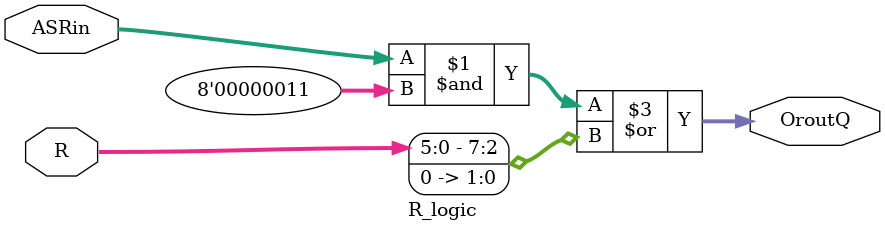
<source format=sv>
module R_logic #(
parameter DW = 16,
parameter DW_2 = 8

) (
input logic [DW_2-1:0] R,
input logic [DW_2-1:0] ASRin,
output logic [DW_2-1:0] OroutQ

);

 assign OroutQ = ((ASRin & {{DW_2-2{1'b0}},2'b11}) | (R << 2));
 


endmodule
</source>
